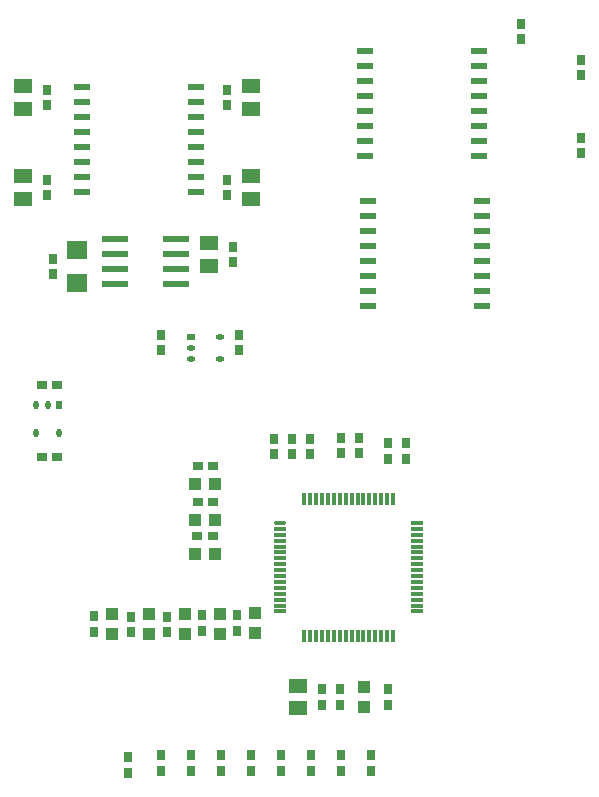
<source format=gtp>
%FSTAX43Y43*%
%MOMM*%
%SFA1B1*%

%IPPOS*%
%ADD10O,0.699999X0.499999*%
%ADD11O,0.699999X0.499999*%
%ADD12R,0.699999X0.499999*%
%ADD13R,0.699999X0.899998*%
%ADD14R,1.429997X0.550999*%
%ADD15R,1.099998X0.999998*%
%ADD16R,0.999998X1.099998*%
%ADD17R,1.499997X1.299997*%
%ADD18R,0.899998X0.699999*%
%ADD19R,0.299999X1.099998*%
%ADD20R,1.099998X0.299999*%
%ADD21O,0.499999X0.699999*%
%ADD22O,0.499999X0.699999*%
%ADD23R,0.499999X0.699999*%
%ADD24R,2.199996X0.599999*%
%ADD25R,2.199996X0.599999*%
%ADD26R,1.799996X1.599997*%
%ADD27O,1.099998X0.299999*%
%LNpcb1-1*%
%LPD*%
G54D10*
X0148963Y0130874D03*
X0146563Y0130869D03*
G54D11*
X0148963Y0132774D03*
X0146563Y0131824D03*
G54D12*
X0146563Y0132774D03*
G54D13*
X0144023Y0132916D03*
Y0131616D03*
X0150637Y0132916D03*
Y0131616D03*
X0179568Y0149628D03*
X0174488Y015798D03*
Y015928D03*
X0179568Y0148328D03*
Y0156232D03*
Y0154932D03*
X0163235Y0101637D03*
Y0102937D03*
X0159218Y0124194D03*
Y0122894D03*
X0160742Y0124194D03*
Y0122894D03*
X0159171Y0101637D03*
Y0102937D03*
X0156631Y0124159D03*
Y0122859D03*
X0157647Y0101637D03*
Y0102937D03*
X0138317Y0107804D03*
Y0109104D03*
X0163184Y0123765D03*
Y0122465D03*
X0164759Y0123765D03*
Y0122465D03*
X0153583Y0124159D03*
Y0122859D03*
X0155107Y0124159D03*
Y0122859D03*
X0144463Y0107779D03*
Y0109079D03*
X0141415Y0107779D03*
Y0109079D03*
X01475Y0107889D03*
Y0109189D03*
X0150417Y0107889D03*
Y0109189D03*
X0144032Y0097351D03*
Y0096051D03*
X0146572Y0097351D03*
Y0096051D03*
X0149112Y0097351D03*
Y0096051D03*
X0151652Y0097351D03*
Y0096051D03*
X0154192Y0097351D03*
Y0096051D03*
X0156732Y0097351D03*
Y0096051D03*
X0159272Y0097351D03*
Y0096051D03*
X0161812Y0097351D03*
Y0096051D03*
X0134356Y0146072D03*
Y0144772D03*
Y0152392D03*
Y0153692D03*
X0149596Y0152392D03*
Y0153692D03*
Y0144772D03*
Y0146072D03*
X0150104Y0140408D03*
Y0139108D03*
X0134864Y0138092D03*
Y0139392D03*
X0141223Y0097169D03*
Y0095869D03*
G54D14*
X016155Y0135384D03*
X0161299Y0148059D03*
Y0150599D03*
Y0151859D03*
Y0153139D03*
Y0154399D03*
X0170921Y0149319D03*
Y0150599D03*
Y0151859D03*
Y0153139D03*
Y0154399D03*
Y0156939D03*
X0161299D03*
Y0149319D03*
X0171172Y0136644D03*
Y0137924D03*
Y0139184D03*
Y0140464D03*
Y0141724D03*
Y0144264D03*
X016155D03*
Y0141724D03*
Y0139184D03*
Y0137924D03*
Y0136644D03*
X0137343Y0153894D03*
Y0152634D03*
Y0150094D03*
Y0148814D03*
Y0147554D03*
Y0146274D03*
Y0145014D03*
X0146965D03*
Y0146274D03*
Y0147554D03*
Y0148814D03*
Y0150094D03*
Y0152634D03*
Y0153894D03*
X0161299Y0155679D03*
X016155Y0140464D03*
Y0143004D03*
X0137343Y0151354D03*
X0146965D03*
X0170921Y0148059D03*
Y0155679D03*
X0171172Y0135384D03*
Y0143004D03*
G54D15*
X0148604Y0120326D03*
X0146904D03*
X0148604Y0117278D03*
X0146904D03*
X0148579Y0114355D03*
X0146879D03*
G54D16*
X0139841Y0109304D03*
Y0107604D03*
X0142939Y0109279D03*
Y0107579D03*
X0145987Y0109279D03*
Y0107579D03*
X0148959Y0109339D03*
Y0107639D03*
X0151941Y0109389D03*
Y0107689D03*
X0161203Y0103137D03*
Y0101437D03*
G54D17*
X0155615Y0103237D03*
Y0101337D03*
X0132324Y0146372D03*
Y0144472D03*
Y0153992D03*
Y0152092D03*
X0151628Y0153992D03*
Y0152092D03*
Y0146372D03*
Y0144472D03*
X0148072Y0138808D03*
Y0140708D03*
G54D18*
X0147104Y0118802D03*
X0148404D03*
X0147104Y0121819D03*
X0148404D03*
X0147079Y0115879D03*
X0148379D03*
X0135223Y0122615D03*
X0133923D03*
X0135223Y0128711D03*
X0133923D03*
G54D19*
X0156141Y0119069D03*
X0156641D03*
X0157141D03*
X0157641D03*
X0158141D03*
X0158641D03*
X0159141D03*
X0159641D03*
X0160141D03*
X0160641D03*
X0161141D03*
X0161641D03*
X0162141D03*
X0162641D03*
X0163141D03*
X0163641D03*
Y0107469D03*
X0163141D03*
X0162641D03*
X0162141D03*
X0161641D03*
X0161141D03*
X0160641D03*
X0160141D03*
X0159641D03*
X0159141D03*
X0158641D03*
X0158141D03*
X0157641D03*
X0157141D03*
X0156641D03*
X0156141D03*
G54D20*
X0165691Y0117019D03*
Y0116519D03*
Y0116019D03*
Y0115519D03*
Y0115019D03*
Y0114519D03*
Y0114019D03*
Y0113519D03*
Y0113019D03*
Y0112519D03*
Y0112019D03*
Y0111519D03*
Y0111019D03*
Y0110519D03*
Y0110019D03*
Y0109519D03*
X0154091D03*
Y0110519D03*
Y0111519D03*
Y0112519D03*
Y0113519D03*
Y0114519D03*
Y0115519D03*
Y0116519D03*
Y0116019D03*
Y0115019D03*
Y0114019D03*
Y0113019D03*
Y0112019D03*
Y0111019D03*
Y0110019D03*
G54D21*
X0135338Y0124599D03*
X0134388Y0126999D03*
G54D22*
X0133438Y0124599D03*
X0133433Y0126999D03*
G54D23*
X0135338Y0126999D03*
G54D24*
X0145263Y013722D03*
G54D25*
X0140063Y014103D03*
Y013976D03*
Y013849D03*
Y013722D03*
X0145263Y014103D03*
Y013976D03*
Y013849D03*
G54D26*
X0136896Y0140142D03*
Y0137342D03*
G54D27*
X0154091Y0117019D03*
M02*
</source>
